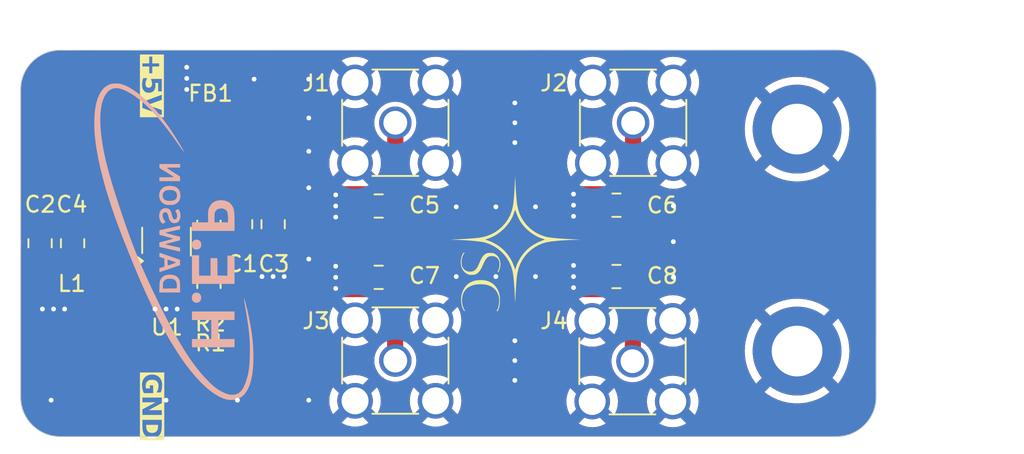
<source format=kicad_pcb>
(kicad_pcb (version 20240108) (generator "pcbnew") (generator_version "8.0")
  (layers (0 "F.Cu" signal) (31 "B.Cu" signal) (34 "B.Paste" user) (35 "F.Paste" user) (36 "B.SilkS" user "B.Silkscreen") (37 "F.SilkS" user "F.Silkscreen") (38 "B.Mask" user) (39 "F.Mask" user) (44 "Edge.Cuts" user))
  (net 0 "")
  (net 1 "Net-(U1-FB)")
  (net 2 "Net-(U1-VOUT)")
  (net 3 "+5V")
  (net 4 "GND")
  (net 5 "+29.6V")
  (net 6 "Net-(U1-SW)")
  (footprint "sma:SMA_Amphenol_901-144_Vertical" (layer "F.Cu") (at 151.15726 89.6)
    (property "Reference" "J1" (at -5 -2.5 0) (layer "F.SilkS"))
    (property "Value" "POWER")
    (pad "1" thru_hole circle (at 0 0) (size 2.05 2.05) (drill 1.5) (layers "*.Cu" "*.Mask") (net 5 "+29.6V"))
    (pad "2" thru_hole circle (at -2.54 -2.54) (size 2.25 2.25) (drill 1.7) (layers "*.Cu" "*.Mask") (net 4 "GND"))
    (pad "2" thru_hole circle (at -2.54 2.54) (size 2.25 2.25) (drill 1.7) (layers "*.Cu" "*.Mask") (net 4 "GND"))
    (pad "2" thru_hole circle (at 2.54 -2.54) (size 2.25 2.25) (drill 1.7) (layers "*.Cu" "*.Mask") (net 4 "GND"))
    (pad "2" thru_hole circle (at 2.54 2.54) (size 2.25 2.25) (drill 1.7) (layers "*.Cu" "*.Mask") (net 4 "GND"))
  )
  (footprint "Capacitor_SMD:C_0805_2012Metric_Pad1.18x1.45mm_HandSolder" (layer "F.Cu") (at 130.8 97.2 -90)
    (property "Reference" "C4" (at -2.45 0.05 0) (layer "F.SilkS"))
    (property "Value" "0.1u")
    (pad "1" smd roundrect (at -1.0375 0 270) (size 1.175 1.45) (layers "F.Cu" "F.Paste" "F.Mask") (roundrect_rratio 0.212766) (net 3 "+5V"))
    (pad "2" smd roundrect (at 1.0375 0 270) (size 1.175 1.45) (layers "F.Cu" "F.Paste" "F.Mask") (roundrect_rratio 0.212766) (net 4 "GND"))
  )
  (footprint "sma:SMA_Amphenol_901-144_Vertical" (layer "F.Cu") (at 166.11726 104.64)
    (property "Reference" "J4" (at -4.96 -2.54 0) (layer "F.SilkS"))
    (property "Value" "POWER")
    (pad "1" thru_hole circle (at 0 0) (size 2.05 2.05) (drill 1.5) (layers "*.Cu" "*.Mask") (net 5 "+29.6V"))
    (pad "2" thru_hole circle (at -2.54 -2.54) (size 2.25 2.25) (drill 1.7) (layers "*.Cu" "*.Mask") (net 4 "GND"))
    (pad "2" thru_hole circle (at -2.54 2.54) (size 2.25 2.25) (drill 1.7) (layers "*.Cu" "*.Mask") (net 4 "GND"))
    (pad "2" thru_hole circle (at 2.54 -2.54) (size 2.25 2.25) (drill 1.7) (layers "*.Cu" "*.Mask") (net 4 "GND"))
    (pad "2" thru_hole circle (at 2.54 2.54) (size 2.25 2.25) (drill 1.7) (layers "*.Cu" "*.Mask") (net 4 "GND"))
  )
  (footprint "Capacitor_SMD:C_0805_2012Metric_Pad1.18x1.45mm_HandSolder" (layer "F.Cu") (at 141.39726 96 90)
    (property "Reference" "C1" (at -2.5 0.10274 180) (layer "F.SilkS"))
    (property "Value" "22p")
    (pad "1" smd roundrect (at -1.0375 0 90) (size 1.175 1.45) (layers "F.Cu" "F.Paste" "F.Mask") (roundrect_rratio 0.212766) (net 1 "Net-(U1-FB)"))
    (pad "2" smd roundrect (at 1.0375 0 90) (size 1.175 1.45) (layers "F.Cu" "F.Paste" "F.Mask") (roundrect_rratio 0.212766) (net 2 "Net-(U1-VOUT)"))
  )
  (footprint "sma:SMA_Amphenol_901-144_Vertical" (layer "F.Cu") (at 151.15726 104.6)
    (property "Reference" "J3" (at -5 -2.5 0) (layer "F.SilkS"))
    (property "Value" "POWER")
    (pad "1" thru_hole circle (at 0 0) (size 2.05 2.05) (drill 1.5) (layers "*.Cu" "*.Mask") (net 5 "+29.6V"))
    (pad "2" thru_hole circle (at -2.54 -2.54) (size 2.25 2.25) (drill 1.7) (layers "*.Cu" "*.Mask") (net 4 "GND"))
    (pad "2" thru_hole circle (at -2.54 2.54) (size 2.25 2.25) (drill 1.7) (layers "*.Cu" "*.Mask") (net 4 "GND"))
    (pad "2" thru_hole circle (at 2.54 -2.54) (size 2.25 2.25) (drill 1.7) (layers "*.Cu" "*.Mask") (net 4 "GND"))
    (pad "2" thru_hole circle (at 2.54 2.54) (size 2.25 2.25) (drill 1.7) (layers "*.Cu" "*.Mask") (net 4 "GND"))
  )
  (footprint "Package_TO_SOT_SMD:TSOT-23-6_HandSoldering" (layer "F.Cu") (at 136.7 97.1 90)
    (property "Reference" "U1" (at -5.4 0.05 180) (layer "F.SilkS"))
    (property "Value" "LT3461A")
    (pad "1" smd roundrect (at -1.71 -0.95 90) (size 2 0.65) (layers "F.Cu" "F.Paste" "F.Mask") (net 6 "Net-(U1-SW)"))
    (pad "2" smd roundrect (at -1.71 0 90) (size 2 0.65) (layers "F.Cu" "F.Paste" "F.Mask") (net 4 "GND"))
    (pad "3" smd roundrect (at -1.71 0.95 90) (size 2 0.65) (layers "F.Cu" "F.Paste" "F.Mask") (net 1 "Net-(U1-FB)"))
    (pad "4" smd roundrect (at 1.71 0.95 90) (size 2 0.65) (layers "F.Cu" "F.Paste" "F.Mask") (net 3 "+5V"))
    (pad "5" smd roundrect (at 1.71 0 90) (size 2 0.65) (layers "F.Cu" "F.Paste" "F.Mask") (net 2 "Net-(U1-VOUT)"))
    (pad "6" smd roundrect (at 1.71 -0.95 90) (size 2 0.65) (layers "F.Cu" "F.Paste" "F.Mask") (net 3 "+5V"))
  )
  (footprint "Capacitor_SMD:C_0805_2012Metric_Pad1.18x1.45mm_HandSolder" (layer "F.Cu") (at 128.75 97.2 -90)
    (property "Reference" "C2" (at -2.45 0 180) (layer "F.SilkS"))
    (property "Value" "1u")
    (pad "1" smd roundrect (at -1.0375 0 270) (size 1.175 1.45) (layers "F.Cu" "F.Paste" "F.Mask") (roundrect_rratio 0.212766) (net 3 "+5V"))
    (pad "2" smd roundrect (at 1.0375 0 270) (size 1.175 1.45) (layers "F.Cu" "F.Paste" "F.Mask") (roundrect_rratio 0.212766) (net 4 "GND"))
  )
  (footprint "Capacitor_SMD:C_0805_2012Metric_Pad1.18x1.45mm_HandSolder" (layer "F.Cu") (at 165.10726 94.8 180)
    (property "Reference" "C6" (at -2.89274 0 180) (layer "F.SilkS"))
    (property "Value" "0.1u")
    (pad "1" smd roundrect (at -1.0375 0 180) (size 1.175 1.45) (layers "F.Cu" "F.Paste" "F.Mask") (roundrect_rratio 0.212766) (net 5 "+29.6V"))
    (pad "2" smd roundrect (at 1.0375 0 180) (size 1.175 1.45) (layers "F.Cu" "F.Paste" "F.Mask") (roundrect_rratio 0.212766) (net 4 "GND"))
  )
  (footprint "Capacitor_SMD:C_0805_2012Metric_Pad1.18x1.45mm_HandSolder" (layer "F.Cu") (at 143.45 96 -90)
    (property "Reference" "C3" (at 2.5 -0.05 180) (layer "F.SilkS"))
    (property "Value" "1u")
    (pad "1" smd roundrect (at -1.0375 0 270) (size 1.175 1.45) (layers "F.Cu" "F.Paste" "F.Mask") (roundrect_rratio 0.212766) (net 5 "+29.6V"))
    (pad "2" smd roundrect (at 1.0375 0 270) (size 1.175 1.45) (layers "F.Cu" "F.Paste" "F.Mask") (roundrect_rratio 0.212766) (net 4 "GND"))
  )
  (footprint "Capacitor_SMD:C_0805_2012Metric_Pad1.18x1.45mm_HandSolder" (layer "F.Cu") (at 165.10726 99.3 180)
    (property "Reference" "C8" (at -2.89274 0.05 180) (layer "F.SilkS"))
    (property "Value" "0.1u")
    (pad "1" smd roundrect (at -1.0375 0 180) (size 1.175 1.45) (layers "F.Cu" "F.Paste" "F.Mask") (roundrect_rratio 0.212766) (net 5 "+29.6V"))
    (pad "2" smd roundrect (at 1.0375 0 180) (size 1.175 1.45) (layers "F.Cu" "F.Paste" "F.Mask") (roundrect_rratio 0.212766) (net 4 "GND"))
  )
  (footprint "Resistor_SMD:R_0805_2012Metric_Pad1.20x1.40mm_HandSolder" (layer "F.Cu") (at 139.4 96 90)
    (property "Reference" "R2" (at -6.25 0.1 180) (layer "F.SilkS"))
    (property "Value" "226k")
    (pad "1" smd roundrect (at -1 0 90) (size 1.2 1.4) (layers "F.Cu" "F.Paste" "F.Mask") (roundrect_rratio 0.208333) (net 1 "Net-(U1-FB)"))
    (pad "2" smd roundrect (at 1 0 90) (size 1.2 1.4) (layers "F.Cu" "F.Paste" "F.Mask") (roundrect_rratio 0.208333) (net 2 "Net-(U1-VOUT)"))
  )
  (footprint "sma:SMA_Amphenol_901-144_Vertical" (layer "F.Cu") (at 166.15726 89.6)
    (property "Reference" "J2" (at -5 -2.5 0) (layer "F.SilkS"))
    (property "Value" "POWER")
    (pad "1" thru_hole circle (at 0 0) (size 2.05 2.05) (drill 1.5) (layers "*.Cu" "*.Mask") (net 5 "+29.6V"))
    (pad "2" thru_hole circle (at -2.54 -2.54) (size 2.25 2.25) (drill 1.7) (layers "*.Cu" "*.Mask") (net 4 "GND"))
    (pad "2" thru_hole circle (at -2.54 2.54) (size 2.25 2.25) (drill 1.7) (layers "*.Cu" "*.Mask") (net 4 "GND"))
    (pad "2" thru_hole circle (at 2.54 -2.54) (size 2.25 2.25) (drill 1.7) (layers "*.Cu" "*.Mask") (net 4 "GND"))
    (pad "2" thru_hole circle (at 2.54 2.54) (size 2.25 2.25) (drill 1.7) (layers "*.Cu" "*.Mask") (net 4 "GND"))
  )
  (footprint "Capacitor_SMD:C_0805_2012Metric_Pad1.18x1.45mm_HandSolder" (layer "F.Cu") (at 150.10726 99.35 180)
    (property "Reference" "C7" (at -2.89274 0.1 180) (layer "F.SilkS"))
    (property "Value" "0.1u")
    (pad "1" smd roundrect (at -1.0375 0 180) (size 1.175 1.45) (layers "F.Cu" "F.Paste" "F.Mask") (roundrect_rratio 0.212766) (net 5 "+29.6V"))
    (pad "2" smd roundrect (at 1.0375 0 180) (size 1.175 1.45) (layers "F.Cu" "F.Paste" "F.Mask") (roundrect_rratio 0.212766) (net 4 "GND"))
  )
  (footprint "Resistor_SMD:R_0805_2012Metric_Pad1.20x1.40mm_HandSolder" (layer "F.Cu") (at 139.4 99.8 90)
    (property "Reference" "R1" (at -3.7 0.1 180) (layer "F.SilkS"))
    (property "Value" "10k")
    (pad "1" smd roundrect (at -1 0 90) (size 1.2 1.4) (layers "F.Cu" "F.Paste" "F.Mask") (roundrect_rratio 0.208333) (net 4 "GND"))
    (pad "2" smd roundrect (at 1 0 90) (size 1.2 1.4) (layers "F.Cu" "F.Paste" "F.Mask") (roundrect_rratio 0.208333) (net 1 "Net-(U1-FB)"))
  )
  (footprint "power:L_Laird_TYS3015_HandSoldering" (layer "F.Cu") (at 133.2 97.075 180)
    (property "Reference" "L1" (at 2.45 -2.675 0) (layer "F.SilkS"))
    (property "Value" "22uH")
    (pad "1" smd rect (at 0 -1.475 180) (size 2.7 1.75) (layers "F.Cu" "F.Paste" "F.Mask") (net 6 "Net-(U1-SW)"))
    (pad "2" smd rect (at 0 1.475 180) (size 2.7 1.75) (layers "F.Cu" "F.Paste" "F.Mask") (net 3 "+5V"))
  )
  (footprint "power:sc_7mm" (layer "F.Cu") (at 158.75 97 -90)
    (property "Reference" "G***" (hide yes))
    (property "Value" "LOGO" (hide yes))
  )
  (footprint "MountingHole:MountingHole_3.2mm_M3_DIN965_Pad" (layer "F.Cu") (at 176.5 104)
    (property "Reference" "REF**" (hide yes))
    (property "Value" "MountingHole_3.2mm_M3_DIN965_Pad")
    (pad "1" thru_hole circle (at 0 0) (size 5.6 5.6) (drill 3.2) (layers "*.Cu" "*.Mask") (net 4 "GND"))
  )
  (footprint "power:FB_TDK_VFS6045_2424_6060Metric_HandSoldering" (layer "F.Cu") (at 139.4 91.4 -90)
    (property "Reference" "FB1" (at -3.65 -0.1 0) (layer "F.SilkS"))
    (property "Value" "1.232k @ 1 MHz")
    (pad "1" smd rect (at 0 -2.525 270) (size 5.1 2.75) (layers "F.Cu" "F.Paste" "F.Mask") (net 5 "+29.6V"))
    (pad "2" smd rect (at 0 2.525 270) (size 5.1 2.75) (layers "F.Cu" "F.Paste" "F.Mask") (net 2 "Net-(U1-VOUT)"))
  )
  (footprint "Capacitor_SMD:C_0805_2012Metric_Pad1.18x1.45mm_HandSolder" (layer "F.Cu") (at 150.10726 94.85 180)
    (property "Reference" "C5" (at -2.89274 0.05 0) (layer "F.SilkS"))
    (property "Value" "0.1u")
    (pad "1" smd roundrect (at -1.0375 0 180) (size 1.175 1.45) (layers "F.Cu" "F.Paste" "F.Mask") (roundrect_rratio 0.212766) (net 5 "+29.6V"))
    (pad "2" smd roundrect (at 1.0375 0 180) (size 1.175 1.45) (layers "F.Cu" "F.Paste" "F.Mask") (roundrect_rratio 0.212766) (net 4 "GND"))
  )
  (footprint "MountingHole:MountingHole_3.2mm_M3_DIN965_Pad" (layer "F.Cu") (at 176.5 90)
    (property "Reference" "REF**" (hide yes))
    (property "Value" "MountingHole_3.2mm_M3_DIN965_Pad")
    (pad "1" thru_hole circle (at 0 0) (size 5.6 5.6) (drill 3.2) (layers "*.Cu" "*.Mask") (net 4 "GND"))
  )
  (footprint "power:hep_20mm" (layer "B.Cu") (at 137.2 97.1 90)
    (property "Reference" "G***" (hide yes))
    (property "Value" "LOGO" (hide yes))
  )
  (gr_line (start 127.517767 106.9) (end 127.517767 87.517767) (stroke (width 0.05)) (layer "Edge.Cuts"))
  (gr_line (start 181.5 87.5) (end 181.491116 106.891117) (stroke (width 0.05)) (layer "Edge.Cuts"))
  (gr_arc (start 127.517767 87.517767) (mid 128.25 85.75) (end 130.017767 85.017767) (stroke (width 0.05)) (layer "Edge.Cuts"))
  (gr_arc (start 181.491116 106.891117) (mid 180.756272 108.665156) (end 178.982233 109.4) (stroke (width 0.05)) (layer "Edge.Cuts"))
  (gr_arc (start 130.017767 109.4) (mid 128.25001 108.667757) (end 127.517767 106.9) (stroke (width 0.05)) (layer "Edge.Cuts"))
  (gr_line (start 130.017767 85.017767) (end 179 85) (stroke (width 0.05)) (layer "Edge.Cuts"))
  (gr_line (start 178.982233 109.4) (end 130.017767 109.4) (stroke (width 0.05)) (layer "Edge.Cuts"))
  (gr_arc (start 179 85) (mid 180.767767 85.732233) (end 181.5 87.5) (stroke (width 0.05)) (layer "Edge.Cuts"))
  (gr_text "GND\n" (at 135 105.4 270) (layer "F.SilkS" knockout) (effects (font (size 1.2 1.2) (thickness 0.1)) (justify left bottom)))
  (gr_text "+5V\n" (at 135 85.25 270) (layer "F.SilkS" knockout) (effects (font (size 1.2 1.2) (thickness 0.1)) (justify left bottom)))
  (via (at 136.69726 107.1) (size 0.6) (drill 0.3) (layers "F.Cu" "B.Cu") (net 4))
  (via (at 128.89726 101.35) (size 0.6) (drill 0.3) (layers "F.Cu" "B.Cu") (net 4))
  (via (at 162.39726 99.3) (size 0.6) (drill 0.3) (layers "F.Cu" "B.Cu") (net 4))
  (via (at 145.7 93.7) (size 0.6) (drill 0.3) (layers "F.Cu" "B.Cu") (net 4))
  (via (at 160 94.9) (size 0.6) (drill 0.3) (layers "F.Cu" "B.Cu") (net 4))
  (via (at 158.69726 104.6) (size 0.6) (drill 0.3) (layers "F.Cu" "B.Cu") (net 4))
  (via (at 145.7 89.3) (size 0.6) (drill 0.3) (layers "F.Cu" "B.Cu") (net 4))
  (via (at 158.69726 89.6) (size 0.6) (drill 0.3) (layers "F.Cu" "B.Cu") (net 4))
  (via (at 157.5 99.3) (size 0.6) (drill 0.3) (layers "F.Cu" "B.Cu") (net 4))
  (via (at 129.44726 107.1) (size 0.6) (drill 0.3) (layers "F.Cu" "B.Cu") (net 4))
  (via (at 147.39726 95.55) (size 0.6) (drill 0.3) (layers "F.Cu" "B.Cu") (net 4))
  (via (at 143.44726 99.3) (size 0.6) (drill 0.3) (layers "F.Cu" "B.Cu") (net 4))
  (via (at 142.25 86.85) (size 0.6) (drill 0.3) (layers "F.Cu" "B.Cu") (net 4))
  (via (at 158.69726 88.35) (size 0.6) (drill 0.3) (layers "F.Cu" "B.Cu") (net 4))
  (via (at 137.39726 101.35) (size 0.6) (drill 0.3) (layers "F.Cu" "B.Cu") (net 4))
  (via (at 145.69726 107.1) (size 0.6) (drill 0.3) (layers "F.Cu" "B.Cu") (net 4))
  (via (at 168.69726 99.35) (size 0.6) (drill 0.3) (layers "F.Cu" "B.Cu") (net 4))
  (via (at 147.39726 94.15) (size 0.6) (drill 0.3) (layers "F.Cu" "B.Cu") (net 4))
  (via (at 147.39726 100.05) (size 0.6) (drill 0.3) (layers "F.Cu" "B.Cu") (net 4))
  (via (at 138 86.8) (size 0.6) (drill 0.3) (layers "F.Cu" "B.Cu") (net 4))
  (via (at 168.69726 94.85) (size 0.6) (drill 0.3) (layers "F.Cu" "B.Cu") (net 4))
  (via (at 158.69726 90.85) (size 0.6) (drill 0.3) (layers "F.Cu" "B.Cu") (net 4))
  (via (at 142.74726 99.3) (size 0.6) (drill 0.3) (layers "F.Cu" "B.Cu") (net 4))
  (via (at 158.69726 105.85) (size 0.6) (drill 0.3) (layers "F.Cu" "B.Cu") (net 4))
  (via (at 145.7 98.2) (size 0.6) (drill 0.3) (layers "F.Cu" "B.Cu") (net 4))
  (via (at 130.29726 101.35) (size 0.6) (drill 0.3) (layers "F.Cu" "B.Cu") (net 4))
  (via (at 158.69726 103.35) (size 0.6) (drill 0.3) (layers "F.Cu" "B.Cu") (net 4))
  (via (at 155 99.3) (size 0.6) (drill 0.3) (layers "F.Cu" "B.Cu") (net 4))
  (via (at 138 86.1) (size 0.6) (drill 0.3) (layers "F.Cu" "B.Cu") (net 4))
  (via (at 136.69726 101.35) (size 0.6) (drill 0.3) (layers "F.Cu" "B.Cu") (net 4))
  (via (at 162.39726 100) (size 0.6) (drill 0.3) (layers "F.Cu" "B.Cu") (net 4))
  (via (at 145.69726 86.85) (size 0.6) (drill 0.3) (layers "F.Cu" "B.Cu") (net 4))
  (via (at 162.39726 94.8) (size 0.6) (drill 0.3) (layers "F.Cu" "B.Cu") (net 4))
  (via (at 162.39726 95.5) (size 0.6) (drill 0.3) (layers "F.Cu" "B.Cu") (net 4))
  (via (at 138 87.5) (size 0.6) (drill 0.3) (layers "F.Cu" "B.Cu") (net 4))
  (via (at 135.99726 101.35) (size 0.6) (drill 0.3) (layers "F.Cu" "B.Cu") (net 4))
  (via (at 155 94.9) (size 0.6) (drill 0.3) (layers "F.Cu" "B.Cu") (net 4))
  (via (at 147.39726 94.85) (size 0.6) (drill 0.3) (layers "F.Cu" "B.Cu") (net 4))
  (via (at 147.39726 98.65) (size 0.6) (drill 0.3) (layers "F.Cu" "B.Cu") (net 4))
  (via (at 144.14726 99.3) (size 0.6) (drill 0.3) (layers "F.Cu" "B.Cu") (net 4))
  (via (at 141.19726 107.1) (size 0.6) (drill 0.3) (layers "F.Cu" "B.Cu") (net 4))
  (via (at 157.5 94.9) (size 0.6) (drill 0.3) (layers "F.Cu" "B.Cu") (net 4))
  (via (at 145.7 91.4) (size 0.6) (drill 0.3) (layers "F.Cu" "B.Cu") (net 4))
  (via (at 162.39726 94.1) (size 0.6) (drill 0.3) (layers "F.Cu" "B.Cu") (net 4))
  (via (at 129.59726 101.35) (size 0.6) (drill 0.3) (layers "F.Cu" "B.Cu") (net 4))
  (via (at 168.69726 97.1) (size 0.6) (drill 0.3) (layers "F.Cu" "B.Cu") (net 4))
  (via (at 160 99.3) (size 0.6) (drill 0.3) (layers "F.Cu" "B.Cu") (net 4))
  (via (at 162.39726 98.6) (size 0.6) (drill 0.3) (layers "F.Cu" "B.Cu") (net 4))
  (via (at 147.39726 99.35) (size 0.6) (drill 0.3) (layers "F.Cu" "B.Cu") (net 4))
  (segment (start 149.145516 97.1) (end 149.94726 97.1) (width 1.016) (layer "F.Cu") (net 5))
  (segment (start 143.45 94.9625) (end 144.80976 94.9625) (width 1.016) (layer "F.Cu") (net 5))
  (segment (start 149.145516 97.1) (end 164.94726 97.1) (width 1.016) (layer "F.Cu") (net 5))
  (segment (start 151.14476 104.5875) (end 151.15726 104.6) (width 1.016) (layer "F.Cu") (net 5))
  (segment (start 149.94726 97.1) (end 151.14476 98.2975) (width 1.016) (layer "F.Cu") (net 5))
  (segment (start 166.14476 99.3) (end 166.14476 104.6125) (width 1.016) (layer "F.Cu") (net 5))
  (segment (start 166.14476 104.6125) (end 166.11726 104.64) (width 1.016) (layer "F.Cu") (net 5))
  (segment (start 151.15726 94.8375) (end 151.14476 94.85) (width 1.016) (layer "F.Cu") (net 5))
  (segment (start 166.14476 98.2975) (end 166.14476 99.3) (width 1.016) (layer "F.Cu") (net 5))
  (segment (start 164.94726 97.1) (end 166.14476 95.9025) (width 1.016) (layer "F.Cu") (net 5))
  (segment (start 151.14476 99.35) (end 151.14476 104.5875) (width 1.016) (layer "F.Cu") (net 5))
  (segment (start 144.80976 94.9625) (end 146.94726 97.1) (width 1.016) (layer "F.Cu") (net 5))
  (segment (start 166.15726 89.6) (end 166.15726 94.7875) (width 1.016) (layer "F.Cu") (net 5))
  (segment (start 149.94726 97.1) (end 151.14476 95.9025) (width 1.016) (layer "F.Cu") (net 5))
  (segment (start 166.14476 95.9025) (end 166.14476 94.8) (width 1.016) (layer "F.Cu") (net 5))
  (segment (start 151.14476 98.2975) (end 151.14476 99.35) (width 1.016) (layer "F.Cu") (net 5))
  (segment (start 166.15726 94.7875) (end 166.14476 94.8) (width 1.016) (layer "F.Cu") (net 5))
  (segment (start 146.94726 97.1) (end 149.145516 97.1) (width 1.016) (layer "F.Cu") (net 5))
  (segment (start 151.15726 89.6) (end 151.15726 94.8375) (width 1.016) (layer "F.Cu") (net 5))
  (segment (start 164.94726 97.1) (end 166.14476 98.2975) (width 1.016) (layer "F.Cu") (net 5))
  (segment (start 151.14476 95.9025) (end 151.14476 94.85) (width 1.016) (layer "F.Cu") (net 5))
  (zone (net 5) (net_name "+29.6V") (layer "F.Cu") (priority 3) (connect_pads yes (clearance 0.3)) (min_thickness 0.25) (fill yes (thermal_gap 0.5) (thermal_bridge_width 0.5) (island_removal_mode 1) (island_area_min 10))
    (polygon (pts (xy 140.35 88.85) (xy 140.35 94.275) (xy 142.425 94.275) (xy 142.425 95.825) (xy 144.525 95.825) (xy 144.525 88.85)))
  )
  (zone (net 4) (net_name "GND") (layer "F.Cu") (connect_pads (clearance 0.3)) (min_thickness 0.25) (fill yes (thermal_gap 0.5) (thermal_bridge_width 0.75) (island_removal_mode 1) (island_area_min 10))
    (polygon (pts (xy 127.5 85) (xy 127.5 109.4) (xy 181.7 109.4) (xy 181.7 85)))
  )
  (zone (net 6) (net_name "Net-(U1-SW)") (layer "F.Cu") (connect_pads yes (clearance 0.3)) (min_thickness 0.25) (fill yes (thermal_gap 0.5) (thermal_bridge_width 0.5) (island_removal_mode 1) (island_area_min 10))
    (polygon (pts (xy 136.1 99.8) (xy 135.4 100) (xy 131.8 100) (xy 131.8 97.3) (xy 135 97.3) (xy 135.4 97.3) (xy 136.1 97.4)))
  )
  (zone (net 4) (net_name "GND") (layer "F.Cu") (connect_pads yes (clearance 0)) (min_thickness 0.25) (fill yes (thermal_gap 0.5) (thermal_bridge_width 0.5))
    (polygon (pts (xy 137.4 100.26) (xy 140.7 99.2) (xy 140.7 102) (xy 138.1 102)))
  )
  (zone (net 2) (net_name "Net-(U1-VOUT)") (layer "F.Cu") (priority 4) (connect_pads yes (clearance 0.3)) (min_thickness 0.25) (fill yes (thermal_gap 0.5) (thermal_bridge_width 0.5) (island_removal_mode 1) (island_area_min 10))
    (polygon (pts (xy 135.3 94.1) (xy 136.1 94.1) (xy 136.3 96.5) (xy 137.1 96.5) (xy 137.35 94.1) (xy 138 94.1) (xy 138.2 95.9) (xy 142.4 95.9) (xy 142.4 94.1) (xy 140.35 94.1) (xy 140.35 88.85) (xy 135.3 88.85)))
  )
  (zone (net 1) (net_name "Net-(U1-FB)") (layer "F.Cu") (priority 2) (connect_pads yes (clearance 0.3)) (min_thickness 0.25) (fill yes (thermal_gap 0.5) (thermal_bridge_width 0.5) (island_removal_mode 1) (island_area_min 10))
    (polygon (pts (xy 137.29726 99.8) (xy 137.99726 99.8) (xy 138.69726 99.6) (xy 140.29726 99.6) (xy 140.29726 98.2) (xy 140.69726 97.8) (xy 142.39726 97.8) (xy 142.39726 96.2) (xy 138.39726 96.2) (xy 138.39726 97.1) (xy 137.29726 97.4)))
  )
  (zone (net 4) (net_name "GND") (layer "F.Cu") (connect_pads yes (clearance 0.3)) (min_thickness 0.25) (fill yes (thermal_gap 0.5) (thermal_bridge_width 0.5))
    (polygon (pts (xy 142 98.3) (xy 142 95.7) (xy 145.1 95.7) (xy 145.1 98.3)))
  )
  (zone (net 4) (net_name "GND") (layer "F.Cu") (priority 8) (connect_pads yes (clearance 0)) (min_thickness 0.25) (fill yes (thermal_gap 0.5) (thermal_bridge_width 0.5))
    (polygon (pts (xy 127.5 97.4) (xy 131.5 97.4) (xy 131.5 100.2) (xy 127.5 100.2)))
  )
  (zone (net 4) (net_name "GND") (layer "F.Cu") (priority 5) (connect_pads yes (clearance 0.3)) (min_thickness 0.25) (fill yes (thermal_gap 0.5) (thermal_bridge_width 0.75) (island_removal_mode 1) (island_area_min 10))
    (polygon (pts (xy 162.39726 93.6) (xy 165.59726 93.6) (xy 165.59726 96.6) (xy 162.39726 96.6)))
  )
  (zone (net 4) (net_name "GND") (layer "F.Cu") (priority 6) (connect_pads yes (clearance 0.3)) (min_thickness 0.25) (fill yes (thermal_gap 0.5) (thermal_bridge_width 0.75) (island_removal_mode 1) (island_area_min 10))
    (polygon (pts (xy 136.29726 97.4) (xy 137.09726 97.4) (xy 137.09726 99.9) (xy 137.48 100.16) (xy 138.03 100.43) (xy 135.27 100.37) (xy 136.29726 99.9)))
  )
  (zone (net 4) (net_name "GND") (layer "F.Cu") (priority 5) (connect_pads yes (clearance 0.3)) (min_thickness 0.25) (fill yes (thermal_gap 0.5) (thermal_bridge_width 0.75) (island_removal_mode 1) (island_area_min 10))
    (polygon (pts (xy 147.39726 97.6) (xy 150.59726 97.6) (xy 150.59726 100.6) (xy 147.39726 100.6)))
  )
  (zone (net 4) (net_name "GND") (layer "F.Cu") (priority 5) (connect_pads yes (clearance 0.3)) (min_thickness 0.25) (fill yes (thermal_gap 0.5) (thermal_bridge_width 0.75) (island_removal_mode 1) (island_area_min 10))
    (polygon (pts (xy 147.39726 93.6) (xy 150.59726 93.6) (xy 150.59726 96.6) (xy 147.39726 96.6)))
  )
  (zone (net 4) (net_name "GND") (layer "F.Cu") (priority 5) (connect_pads yes (clearance 0.3)) (min_thickness 0.25) (fill yes (thermal_gap 0.5) (thermal_bridge_width 0.75) (island_removal_mode 1) (island_area_min 10))
    (polygon (pts (xy 162.39726 97.6) (xy 165.59726 97.6) (xy 165.59726 100.6) (xy 162.39726 100.6)))
  )
  (zone (net 3) (net_name "+5V") (layer "F.Cu") (priority 1) (connect_pads yes (clearance 0.3)) (min_thickness 0.25) (fill yes (thermal_gap 0.5) (thermal_bridge_width 0.5) (island_removal_mode 1) (island_area_min 10))
    (polygon (pts (xy 138 96.5) (xy 138 94.4) (xy 137.3 94.4) (xy 137.1 96.5) (xy 136.3 96.5) (xy 136.1 94.4) (xy 135 94.4) (xy 135 85) (xy 127.5 85) (xy 127.5 97) (xy 135.4 97) (xy 136.1 97.1) (xy 137.29726 97.1) (xy 138 96.9)))
  )
  (zone (net 4) (net_name "GND") (layer "B.Cu") (priority 7) (connect_pads (clearance 0.3)) (min_thickness 0.25) (fill yes (thermal_gap 0.5) (thermal_bridge_width 0.75) (island_removal_mode 1) (island_area_min 10))
    (polygon (pts (xy 127.55 85) (xy 181.5 85) (xy 181.5 109.4) (xy 127.55 109.4)))
  )
)
</source>
